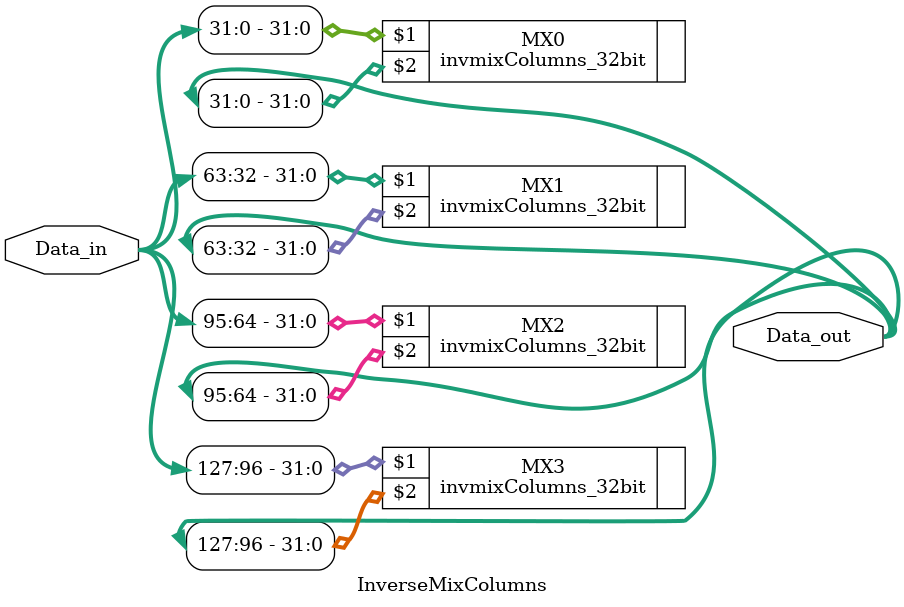
<source format=v>
module InverseMixColumns(
	input [127:0] Data_in,
	output [127:0] Data_out
);

    invmixColumns_32bit MX3 (Data_in[127:96], Data_out[127:96]);
    invmixColumns_32bit MX2 (Data_in[95:64], Data_out[95:64]);
    invmixColumns_32bit MX1 (Data_in[63:32], Data_out[63:32]);
    invmixColumns_32bit MX0 (Data_in[31:0], Data_out[31:0]);

endmodule

</source>
